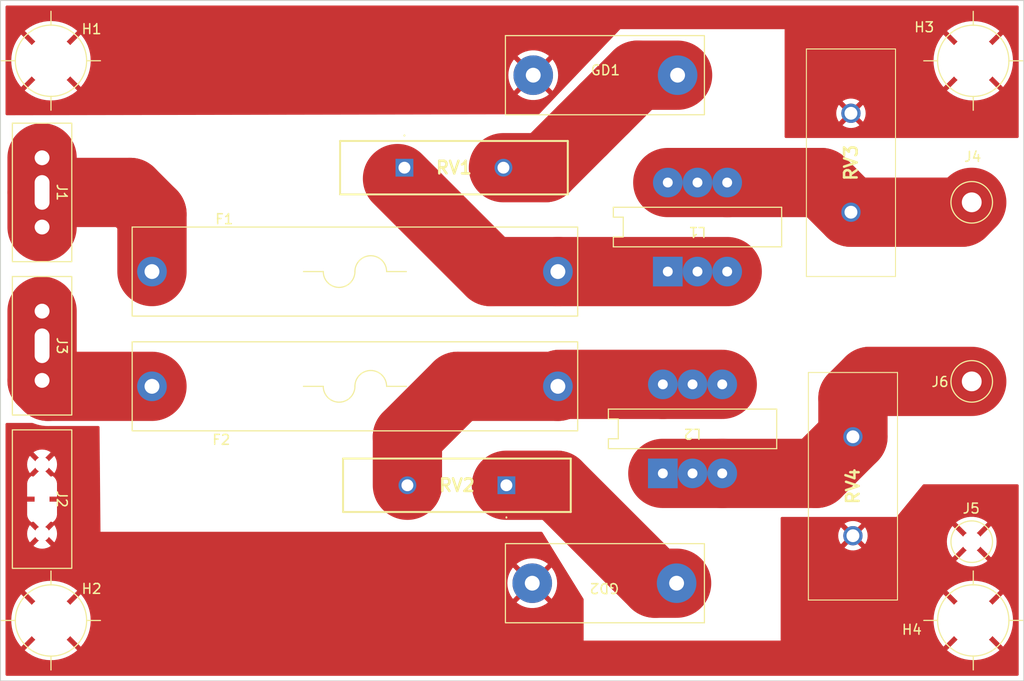
<source format=kicad_pcb>
(kicad_pcb (version 20211014) (generator pcbnew)
  (layers (0 "F.Cu" signal) (31 "B.Cu" signal) (34 "B.Paste" user) (35 "F.Paste" user) (36 "B.SilkS" user "B.Silkscreen") (37 "F.SilkS" user "F.Silkscreen") (38 "B.Mask" user) (39 "F.Mask" user) (44 "Edge.Cuts" user))
  (net 0 "")
  (net 1 "Net-(F1-Pad1)")
  (net 2 "Net-(F1-Pad2)")
  (net 3 "Net-(F2-Pad1)")
  (net 4 "Net-(F2-Pad2)")
  (net 5 "Earth")
  (net 6 "Net-(GD1-Pad3)")
  (net 7 "Net-(GD2-Pad1)")
  (net 8 "Net-(J4-Pad1)")
  (net 9 "Net-(J6-Pad1)")
  (footprint "MOV-20D391KKTR:MOV20D391KKTR" (layer "F.Cu") (at 121.3 99.1 180)
    (fp_text reference "RV2" (at 5 0) (layer "F.SilkS") (effects (font (size 1.27 1.27) (thickness 0.254))))
    (fp_text value "Varistor" hide)
    (fp_line (start 16.5 2.7) (end 16.5 -2.7) (layer "F.SilkS") (width 0.2))
    (fp_line (start 0 -3.3) (end 0 -3.3) (layer "F.SilkS") (width 0.1))
    (fp_line (start -6.5 -2.7) (end -6.5 2.7) (layer "F.SilkS") (width 0.2))
    (fp_line (start 16.5 -2.7) (end -6.5 -2.7) (layer "F.SilkS") (width 0.2))
    (fp_line (start -6.5 2.7) (end 16.5 2.7) (layer "F.SilkS") (width 0.2))
    (fp_line (start 0 -3.2) (end 0 -3.2) (layer "F.SilkS") (width 0.1))
    (fp_arc (start 0 -3.2) (mid -0.05 -3.25) (end 0 -3.3) (layer "F.SilkS") (width 0.1))
    (fp_arc (start 0 -3.3) (mid 0.05 -3.25) (end 0 -3.2) (layer "F.SilkS") (width 0.1))
    (pad "1" thru_hole rect locked (at 0 0 180) (size 1.8 1.8) (drill 1.2) (layers *.Cu *.Mask) (net 7 "Net-(GD2-Pad1)"))
    (pad "2" thru_hole circle locked (at 10 0 180) (size 1.8 1.8) (drill 1.2) (layers *.Cu *.Mask) (net 4 "Net-(F2-Pad2)"))
  )
  (footprint "ACSPD:Fuse" (layer "F.Cu") (at 106 89.1)
    (fp_text reference "F2" (at -13.5 5.4 unlocked) (layer "F.SilkS"))
    (fp_text value "Fuse" hide)
    (fp_line (start 5.2 0) (end 3.2 0) (layer "F.SilkS") (width 0.12))
    (fp_line (start -3.2 0) (end -5.2 0) (layer "F.SilkS") (width 0.12))
    (fp_rect (start -22.5 -4.5) (end 22.5 4.5) (layer "F.SilkS") (width 0.12) (fill none))
    (fp_arc (start 0 0) (mid -1.6 1.6) (end -3.2 0) (layer "F.SilkS") (width 0.12))
    (fp_arc (start 0 0) (mid 1.6 -1.6) (end 3.2 0) (layer "F.SilkS") (width 0.12))
    (pad "1" thru_hole circle (at -20.5 0) (size 3 3) (drill 1.5) (layers *.Cu *.Mask) (net 3 "Net-(F2-Pad1)"))
    (pad "2" thru_hole circle (at 20.5 0) (size 3 3) (drill 1.5) (layers *.Cu *.Mask) (net 4 "Net-(F2-Pad2)"))
  )
  (footprint "ACSPD:Out_conn" (layer "F.Cu") (at 168.3 70.5)
    (fp_text reference "J4" (at 0.1 -4.6 unlocked) (layer "F.SilkS"))
    (fp_text value "L")
    (fp_circle (center 0 0) (end 2.1 0) (layer "F.SilkS") (width 0.12) (fill none))
    (pad "1" thru_hole circle (at 0 0) (size 4 4) (drill 2) (layers *.Cu *.Mask) (remove_unused_layers) (net 8 "Net-(J4-Pad1)"))
  )
  (footprint "ACSPD:GD Tube" (layer "F.Cu") (at 131.2 109 180)
    (fp_text reference "GD2" (at 0 -0.5 180 unlocked) (layer "F.SilkS"))
    (fp_text value "GDT_2Pin")
    (fp_rect (start -10.1 -4) (end 10 4) (layer "F.SilkS") (width 0.12) (fill none))
    (pad "1" thru_hole circle (at -7.29 0 180) (size 4 4) (drill 1.5) (layers *.Cu *.Mask) (net 7 "Net-(GD2-Pad1)"))
    (pad "3" thru_hole circle (at 7.29 0 180) (size 4 4) (drill 1.5) (layers *.Cu *.Mask) (net 5 "Earth"))
  )
  (footprint "ACSPD:GD Tube" (layer "F.Cu") (at 131.3 57.65)
    (fp_text reference "GD1" (at 0 -0.5 unlocked) (layer "F.SilkS"))
    (fp_text value "GDT_2Pin" hide)
    (fp_rect (start -10.1 -4) (end 10 4) (layer "F.SilkS") (width 0.12) (fill none))
    (pad "1" thru_hole circle (at -7.29 0) (size 4 4) (drill 1.5) (layers *.Cu *.Mask) (net 5 "Earth"))
    (pad "3" thru_hole circle (at 7.29 0) (size 4 4) (drill 1.5) (layers *.Cu *.Mask) (net 6 "Net-(GD1-Pad3)"))
  )
  (footprint "ACSPD:EE16-SS-1" (layer "F.Cu") (at 140.1 93.4 180)
    (fp_text reference "L2" (at 0 -0.5 180 unlocked) (layer "F.SilkS"))
    (fp_text value "INDUCTOR" hide)
    (fp_line (start 8.5 2) (end -8.5 2) (layer "F.SilkS") (width 0.12))
    (fp_line (start 8.5 -2) (end 8.5 -1) (layer "F.SilkS") (width 0.12))
    (fp_line (start -8.5 2) (end -8.5 -2) (layer "F.SilkS") (width 0.12))
    (fp_line (start 8.5 -1) (end 7.5 -1) (layer "F.SilkS") (width 0.12))
    (fp_line (start 8.5 2) (end 8.5 1) (layer "F.SilkS") (width 0.12))
    (fp_line (start -8.5 -2) (end 8.5 -2) (layer "F.SilkS") (width 0.12))
    (fp_line (start 7.5 -1) (end 7.5 1) (layer "F.SilkS") (width 0.12))
    (fp_line (start 8.5 1) (end 7.5 1) (layer "F.SilkS") (width 0.12))
    (pad "1" thru_hole rect (at 3 -4.5 180) (size 3 3) (drill 1) (layers *.Cu *.Mask) (net 9 "Net-(J6-Pad1)"))
    (pad "1" thru_hole circle (at 0 -4.5 180) (size 3 3) (drill 1) (layers *.Cu *.Mask) (net 9 "Net-(J6-Pad1)"))
    (pad "1" thru_hole circle (at -3 -4.5 180) (size 3 3) (drill 1) (layers *.Cu *.Mask) (net 9 "Net-(J6-Pad1)"))
    (pad "2" thru_hole circle (at 0 4.5 180) (size 3 3) (drill 1) (layers *.Cu *.Mask) (net 4 "Net-(F2-Pad2)"))
    (pad "2" thru_hole circle (at -3 4.5 180) (size 3 3) (drill 1) (layers *.Cu *.Mask) (net 4 "Net-(F2-Pad2)"))
    (pad "2" thru_hole circle (at 3 4.5 180) (size 3 3) (drill 1) (layers *.Cu *.Mask) (net 4 "Net-(F2-Pad2)"))
  )
  (footprint "ACSPD:CCU_GND_PT" (layer "F.Cu") (at 168.455126 112.761257)
    (fp_text reference "H4" (at -6.205126 0.938743 unlocked) (layer "F.SilkS"))
    (fp_text value "MountingHole_Pad" hide)
    (fp_line (start 0 -3.6) (end 0 -5) (layer "F.SilkS") (width 0.12))
    (fp_line (start 3.6 0) (end 5 0) (layer "F.SilkS") (width 0.12))
    (fp_line (start 0 3.6) (end 0 5) (layer "F.SilkS") (width 0.12))
    (fp_line (start -3.6 0) (end -5 0) (layer "F.SilkS") (width 0.12))
    (fp_circle (center 0 0) (end 3.6 0) (layer "F.SilkS") (width 0.12) (fill none))
    (pad "1" thru_hole circle locked (at 0 0) (size 7 7) (drill 5) (layers *.Cu *.Mask) (remove_unused_layers) (net 5 "Earth"))
  )
  (footprint "ACSPD:Out_conn" (layer "F.Cu") (at 168.3 104.8)
    (fp_text reference "J5" (at -0.05 -3.35 unlocked) (layer "F.SilkS"))
    (fp_text value "E")
    (fp_circle (center 0 0) (end 2.1 0) (layer "F.SilkS") (width 0.12) (fill none))
    (pad "1" thru_hole circle (at 0 0) (size 4 4) (drill 2) (layers *.Cu *.Mask) (remove_unused_layers) (net 5 "Earth"))
  )
  (footprint "ACSPD:Fuse" (layer "F.Cu") (at 106 77.5)
    (fp_text reference "F1" (at -13.2 -5.3 unlocked) (layer "F.SilkS"))
    (fp_text value "Fuse" hide)
    (fp_line (start -3.2 0) (end -5.2 0) (layer "F.SilkS") (width 0.12))
    (fp_line (start 5.2 0) (end 3.2 0) (layer "F.SilkS") (width 0.12))
    (fp_rect (start -22.5 -4.5) (end 22.5 4.5) (layer "F.SilkS") (width 0.12) (fill none))
    (fp_arc (start 0 0) (mid 1.6 -1.6) (end 3.2 0) (layer "F.SilkS") (width 0.12))
    (fp_arc (start 0 0) (mid -1.6 1.6) (end -3.2 0) (layer "F.SilkS") (width 0.12))
    (pad "1" thru_hole circle (at -20.5 0) (size 3 3) (drill 1.5) (layers *.Cu *.Mask) (net 1 "Net-(F1-Pad1)"))
    (pad "2" thru_hole circle (at 20.5 0) (size 3 3) (drill 1.5) (layers *.Cu *.Mask) (net 2 "Net-(F1-Pad2)"))
  )
  (footprint "ACSPD:Out_conn" (layer "F.Cu") (at 168.3 88.6)
    (fp_text reference "J6" (at -3.2 0.05 unlocked) (layer "F.SilkS"))
    (fp_text value "N")
    (fp_circle (center 0 0) (end 2.1 0) (layer "F.SilkS") (width 0.12) (fill none))
    (pad "1" thru_hole circle (at 0 0) (size 4 4) (drill 2) (layers *.Cu *.Mask) (remove_unused_layers) (net 9 "Net-(J6-Pad1)"))
  )
  (footprint "MOV-20D391KKTR:MOV20D391KKTR" (layer "F.Cu") (at 111 67)
    (fp_text reference "RV1" (at 5 0) (layer "F.SilkS") (effects (font (size 1.27 1.27) (thickness 0.254))))
    (fp_text value "Varistor" hide)
    (fp_line (start 16.5 2.7) (end 16.5 -2.7) (layer "F.SilkS") (width 0.2))
    (fp_line (start -6.5 2.7) (end 16.5 2.7) (layer "F.SilkS") (width 0.2))
    (fp_line (start 0 -3.3) (end 0 -3.3) (layer "F.SilkS") (width 0.1))
    (fp_line (start 16.5 -2.7) (end -6.5 -2.7) (layer "F.SilkS") (width 0.2))
    (fp_line (start -6.5 -2.7) (end -6.5 2.7) (layer "F.SilkS") (width 0.2))
    (fp_line (start 0 -3.2) (end 0 -3.2) (layer "F.SilkS") (width 0.1))
    (fp_arc (start 0 -3.3) (mid 0.05 -3.25) (end 0 -3.2) (layer "F.SilkS") (width 0.1))
    (fp_arc (start 0 -3.2) (mid -0.05 -3.25) (end 0 -3.3) (layer "F.SilkS") (width 0.1))
    (pad "1" thru_hole rect locked (at 0 0) (size 1.8 1.8) (drill 1.2) (layers *.Cu *.Mask) (net 2 "Net-(F1-Pad2)"))
    (pad "2" thru_hole circle locked (at 10 0) (size 1.8 1.8) (drill 1.2) (layers *.Cu *.Mask) (net 6 "Net-(GD1-Pad3)"))
  )
  (footprint "ACSPD:CCU_GND_PT" (layer "F.Cu") (at 168.452207 56.196463)
    (fp_text reference "H3" (at -4.952207 -3.396463 unlocked) (layer "F.SilkS"))
    (fp_text value "MountingHole_Pad" hide)
    (fp_line (start 3.6 0) (end 5 0) (layer "F.SilkS") (width 0.12))
    (fp_line (start 0 3.6) (end 0 5) (layer "F.SilkS") (width 0.12))
    (fp_line (start -3.6 0) (end -5 0) (layer "F.SilkS") (width 0.12))
    (fp_line (start 0 -3.6) (end 0 -5) (layer "F.SilkS") (width 0.12))
    (fp_circle (center 0 0) (end 3.6 0) (layer "F.SilkS") (width 0.12) (fill none))
    (pad "1" thru_hole circle locked (at 0 0) (size 7 7) (drill 5) (layers *.Cu *.Mask) (remove_unused_layers) (net 5 "Earth"))
  )
  (footprint "ACSPD:EE16-SS-1" (layer "F.Cu") (at 140.6 73 180)
    (fp_text reference "L1" (at 0 -0.5 180 unlocked) (layer "F.SilkS"))
    (fp_text value "INDUCTOR" hide)
    (fp_line (start 7.5 -1) (end 7.5 1) (layer "F.SilkS") (width 0.12))
    (fp_line (start -8.5 2) (end -8.5 -2) (layer "F.SilkS") (width 0.12))
    (fp_line (start 8.5 2) (end -8.5 2) (layer "F.SilkS") (width 0.12))
    (fp_line (start 8.5 1) (end 7.5 1) (layer "F.SilkS") (width 0.12))
    (fp_line (start 8.5 2) (end 8.5 1) (layer "F.SilkS") (width 0.12))
    (fp_line (start 8.5 -2) (end 8.5 -1) (layer "F.SilkS") (width 0.12))
    (fp_line (start -8.5 -2) (end 8.5 -2) (layer "F.SilkS") (width 0.12))
    (fp_line (start 8.5 -1) (end 7.5 -1) (layer "F.SilkS") (width 0.12))
    (pad "1" thru_hole circle (at -3 -4.5 180) (size 3 3) (drill 1) (layers *.Cu *.Mask) (net 2 "Net-(F1-Pad2)"))
    (pad "1" thru_hole circle (at 0 -4.5 180) (size 3 3) (drill 1) (layers *.Cu *.Mask) (net 2 "Net-(F1-Pad2)"))
    (pad "1" thru_hole rect (at 3 -4.5 180) (size 3 3) (drill 1) (layers *.Cu *.Mask) (net 2 "Net-(F1-Pad2)"))
    (pad "2" thru_hole circle (at -3 4.5 180) (size 3 3) (drill 1) (layers *.Cu *.Mask) (net 8 "Net-(J4-Pad1)"))
    (pad "2" thru_hole circle (at 3 4.5 180) (size 3 3) (drill 1) (layers *.Cu *.Mask) (net 8 "Net-(J4-Pad1)"))
    (pad "2" thru_hole circle (at 0 4.5 180) (size 3 3) (drill 1) (layers *.Cu *.Mask) (net 8 "Net-(J4-Pad1)"))
  )
  (footprint "ACSPD:CCU_GND_PT" (layer "F.Cu") (at 75.29946 112.768243)
    (fp_text reference "H2" (at 4.1 -3.2 unlocked) (layer "F.SilkS"))
    (fp_text value "MountingHole_Pad" hide)
    (fp_line (start -3.6 0) (end -5 0) (layer "F.SilkS") (width 0.12))
    (fp_line (start 0 -3.6) (end 0 -5) (layer "F.SilkS") (width 0.12))
    (fp_line (start 0 3.6) (end 0 5) (layer "F.SilkS") (width 0.12))
    (fp_line (start 3.6 0) (end 5 0) (layer "F.SilkS") (width 0.12))
    (fp_circle (center 0 0) (end 3.6 0) (layer "F.SilkS") (width 0.12) (fill none))
    (pad "1" thru_hole circle locked (at 0 0) (size 7 7) (drill 5) (layers *.Cu *.Mask) (remove_unused_layers) (net 5 "Earth"))
  )
  (footprint "GMOV-20D251K:GMOV20D251K" (layer "F.Cu") (at 156.3 104.2 90)
    (fp_text reference "RV4" (at 5 0 90) (layer "F.SilkS") (effects (font (size 1.27 1.27) (thickness 0.254))))
    (fp_text value "GMOC" hide)
    (fp_line (start -6.5 4.5) (end -6.5 -4.5) (layer "F.SilkS") (width 0.1))
    (fp_line (start -6.5 -4.5) (end 16.5 -4.5) (layer "F.SilkS") (width 0.1))
    (fp_line (start 16.5 4.5) (end -6.5 4.5) (layer "F.SilkS") (width 0.1))
    (fp_line (start 16.5 -4.5) (end 16.5 4.5) (layer "F.SilkS") (width 0.1))
    (pad "1" thru_hole circle locked (at 0 0 90) (size 1.95 1.95) (drill 1.3) (layers *.Cu *.Mask) (net 5 "Earth"))
    (pad "2" thru_hole circle locked (at 10 0 90) (size 1.95 1.95) (drill 1.3) (layers *.Cu *.Mask) (net 9 "Net-(J6-Pad1)"))
  )
  (footprint "ACSPD:CCU_GND_PT" (layer "F.Cu") (at 75.29946 56.190035)
    (fp_text reference "H1" (at 4.1 -3.2 unlocked) (layer "F.SilkS"))
    (fp_text value "MountingHole_Pad" hide)
    (fp_line (start -3.6 0) (end -5 0) (layer "F.SilkS") (width 0.12))
    (fp_line (start 3.6 0) (end 5 0) (layer "F.SilkS") (width 0.12))
    (fp_line (start 0 -3.6) (end 0 -5) (layer "F.SilkS") (width 0.12))
    (fp_line (start 0 3.6) (end 0 5) (layer "F.SilkS") (width 0.12))
    (fp_circle (center 0 0) (end 3.6 0) (layer "F.SilkS") (width 0.12) (fill none))
    (pad "1" thru_hole circle locked (at 0 0) (size 7 7) (drill 5) (layers *.Cu *.Mask) (remove_unused_layers) (net 5 "Earth"))
  )
  (footprint "ACSPD:quickfit_PCB" (layer "F.Cu") (at 74.4 85 -90)
    (fp_text reference "J3" (at 0 -2 -90 unlocked) (layer "F.SilkS"))
    (fp_text value "N")
    (fp_rect (start -7 3) (end 7 -3) (layer "F.SilkS") (width 0.12) (fill none))
    (pad "1" thru_hole roundrect locked (at 0 0 270) (size 4 2) (drill oval 3.5 1.5) (layers *.Cu *.Mask) (remove_unused_layers) (net 3 "Net-(F2-Pad1)"))
    (pad "1" thru_hole circle locked (at -3.5 0 270) (size 2 2) (drill 1.5) (layers *.Cu *.Mask) (remove_unused_layers) (net 3 "Net-(F2-Pad1)"))
    (pad "1" thru_hole circle locked (at 3.5 0 270) (size 2 2) (drill 1.5) (layers *.Cu *.Mask) (remove_unused_layers) (net 3 "Net-(F2-Pad1)"))
  )
  (footprint "ACSPD:quickfit_PCB" (layer "F.Cu") (at 74.4 100.5 -90)
    (fp_text reference "J2" (at 0 -2 -90 unlocked) (layer "F.SilkS"))
    (fp_text value "E")
    (fp_rect (start -7 3) (end 7 -3) (layer "F.SilkS") (width 0.12) (fill none))
    (pad "1" thru_hole roundrect locked (at 0 0 270) (size 4 2) (drill oval 3.5 1.5) (layers *.Cu *.Mask) (remove_unused_layers) (net 5 "Earth"))
    (pad "1" thru_hole circle locked (at 3.5 0 270) (size 2 2) (drill 1.5) (layers *.Cu *.Mask) (remove_unused_layers) (net 5 "Earth"))
    (pad "1" thru_hole circle locked (at -3.5 0 270) (size 2 2) (drill 1.5) (layers *.Cu *.Mask) (remove_unused_layers) (net 5 "Earth"))
  )
  (footprint "ACSPD:quickfit_PCB" (layer "F.Cu") (at 74.4 69.5 -90)
    (fp_text reference "J1" (at 0 -2 -90 unlocked) (layer "F.SilkS"))
    (fp_text value "L")
    (fp_rect (start -7 3) (end 7 -3) (layer "F.SilkS") (width 0.12) (fill none))
    (pad "1" thru_hole circle locked (at -3.5 0 270) (size 2 2) (drill 1.5) (layers *.Cu *.Mask) (remove_unused_layers) (net 1 "Net-(F1-Pad1)"))
    (pad "1" thru_hole circle locked (at 3.5 0 270) (size 2 2) (drill 1.5) (layers *.Cu *.Mask) (remove_unused_layers) (net 1 "Net-(F1-Pad1)"))
    (pad "1" thru_hole roundrect locked (at 0 0 270) (size 4 2) (drill oval 3.5 1.5) (layers *.Cu *.Mask) (remove_unused_layers) (net 1 "Net-(F1-Pad1)"))
  )
  (footprint "GMOV-20D251K:GMOV20D251K" (layer "F.Cu") (at 156.1 71.5 90)
    (fp_text reference "RV3" (at 5 0 90) (layer "F.SilkS") (effects (font (size 1.27 1.27) (thickness 0.254))))
    (fp_text value "GMOC" hide)
    (fp_line (start -6.5 4.5) (end -6.5 -4.5) (layer "F.SilkS") (width 0.1))
    (fp_line (start -6.5 -4.5) (end 16.5 -4.5) (layer "F.SilkS") (width 0.1))
    (fp_line (start 16.5 4.5) (end -6.5 4.5) (layer "F.SilkS") (width 0.1))
    (fp_line (start 16.5 -4.5) (end 16.5 4.5) (layer "F.SilkS") (width 0.1))
    (pad "1" thru_hole circle locked (at 0 0 90) (size 1.95 1.95) (drill 1.3) (layers *.Cu *.Mask) (net 8 "Net-(J4-Pad1)"))
    (pad "2" thru_hole circle locked (at 10 0 90) (size 1.95 1.95) (drill 1.3) (layers *.Cu *.Mask) (net 5 "Earth"))
  )
  (gr_rect (start 70.2 50.1) (end 173.55 118.87) (layer "Edge.Cuts") (width 0.1) (fill none))
  (segment (start 85.5 71.7) (end 85.5 77.5) (width 7) (layer "F.Cu") (net 1))
  (segment (start 74.4 66) (end 74.4 73) (width 7) (layer "F.Cu") (net 1))
  (segment (start 83.3 69.5) (end 85.5 71.7) (width 7) (layer "F.Cu") (net 1))
  (segment (start 74.4 69.5) (end 83.3 69.5) (width 7) (layer "F.Cu") (net 1))
  (segment (start 126.5 77.5) (end 119.7 77.5) (width 7) (layer "F.Cu") (net 2))
  (segment (start 119.7 77.5) (end 110.3 68.1) (width 7) (layer "F.Cu") (net 2))
  (segment (start 126.5 77.5) (end 143.6 77.5) (width 7) (layer "F.Cu") (net 2))
  (segment (start 74.4 81.5) (end 74.4 88.5) (width 7) (layer "F.Cu") (net 3))
  (segment (start 85.5 89.1) (end 75 89.1) (width 7) (layer "F.Cu") (net 3))
  (segment (start 75 89.1) (end 74.4 88.5) (width 7) (layer "F.Cu") (net 3))
  (segment (start 126.7 88.9) (end 126.5 89.1) (width 7) (layer "F.Cu") (net 4))
  (segment (start 137.1 88.9) (end 126.7 88.9) (width 7) (layer "F.Cu") (net 4))
  (segment (start 116.4 89.1) (end 126.5 89.1) (width 7) (layer "F.Cu") (net 4))
  (segment (start 111.3 99.1) (end 111.3 94.2) (width 7) (layer "F.Cu") (net 4))
  (segment (start 143.1 88.9) (end 137.1 88.9) (width 7) (layer "F.Cu") (net 4))
  (segment (start 111.3 94.2) (end 116.4 89.1) (width 7) (layer "F.Cu") (net 4))
  (segment (start 125.2 67) (end 129 63.2) (width 7) (layer "F.Cu") (net 6))
  (segment (start 131.2 61) (end 129 63.2) (width 7) (layer "F.Cu") (net 6))
  (segment (start 138.59 57.65) (end 134.55 57.65) (width 7) (layer "F.Cu") (net 6))
  (segment (start 134.55 57.65) (end 131.2 61) (width 7) (layer "F.Cu") (net 6))
  (segment (start 121 67) (end 125.2 67) (width 7) (layer "F.Cu") (net 6))
  (segment (start 126.4 99.1) (end 136.3 109) (width 7) (layer "F.Cu") (net 7))
  (segment (start 136.3 109) (end 138.49 109) (width 7) (layer "F.Cu") (net 7))
  (segment (start 121.3 99.1) (end 126.4 99.1) (width 7) (layer "F.Cu") (net 7))
  (segment (start 167.3 71.5) (end 168.3 70.5) (width 7) (layer "F.Cu") (net 8))
  (segment (start 143.6 68.5) (end 153.1 68.5) (width 7) (layer "F.Cu") (net 8))
  (segment (start 137.6 68.5) (end 143.6 68.5) (width 7) (layer "F.Cu") (net 8))
  (segment (start 156.1 71.5) (end 167.3 71.5) (width 7) (layer "F.Cu") (net 8))
  (segment (start 153.1 68.5) (end 156.1 71.5) (width 7) (layer "F.Cu") (net 8))
  (segment (start 143.1 97.9) (end 152.6 97.9) (width 7) (layer "F.Cu") (net 9))
  (segment (start 158 88.6) (end 168.3 88.6) (width 7) (layer "F.Cu") (net 9))
  (segment (start 156.3 90.3) (end 158 88.6) (width 7) (layer "F.Cu") (net 9))
  (segment (start 156.3 94.2) (end 156.3 90.3) (width 7) (layer "F.Cu") (net 9))
  (segment (start 152.6 97.9) (end 156.3 94.2) (width 7) (layer "F.Cu") (net 9))
  (segment (start 137.1 97.9) (end 143.1 97.9) (width 7) (layer "F.Cu") (net 9))
  (zone (net 5) (net_name "Earth") (layer "F.Cu") (connect_pads (clearance 0.508)) (min_thickness 0.254) (fill yes (thermal_gap 0.508) (thermal_bridge_width 0.508))
    (polygon (pts (xy 80.3 103.8) (xy 124.9 103.8) (xy 129.1 110.6) (xy 129.1 114.8) (xy 149 114.8) (xy 149 102.3) (xy 160.7 102.3) (xy 163.4 99) (xy 173.5 99) (xy 173.5 118.9) (xy 70.2 118.9) (xy 70.2 92.8) (xy 80.2 92.8)))
  )
  (zone (net 5) (net_name "Earth") (layer "F.Cu") (connect_pads (clearance 0.508)) (min_thickness 0.254) (fill yes (thermal_gap 0.508) (thermal_bridge_width 0.508))
    (polygon (pts (xy 173.5 64) (xy 149.4 64) (xy 149.4 53) (xy 132.8 53) (xy 124.6 61.6) (xy 70.3 61.7) (xy 70.2 50.1) (xy 173.5 50.1)))
  )
)
</source>
